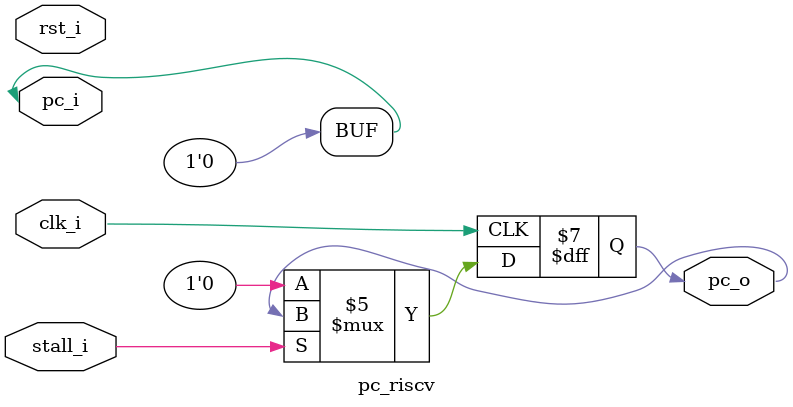
<source format=sv>
module pc_riscv(

input logic clk_i,
input logic rst_i,
input logic stall_i,

input logic pc_i,
output logic pc_o

);

assign pc_i = 0;

always @(posedge clk_i) begin

if(!stall_i) begin

if(rst_i) pc_o <= 32'd0;

else pc_o <= pc_i;

end

end

endmodule
</source>
